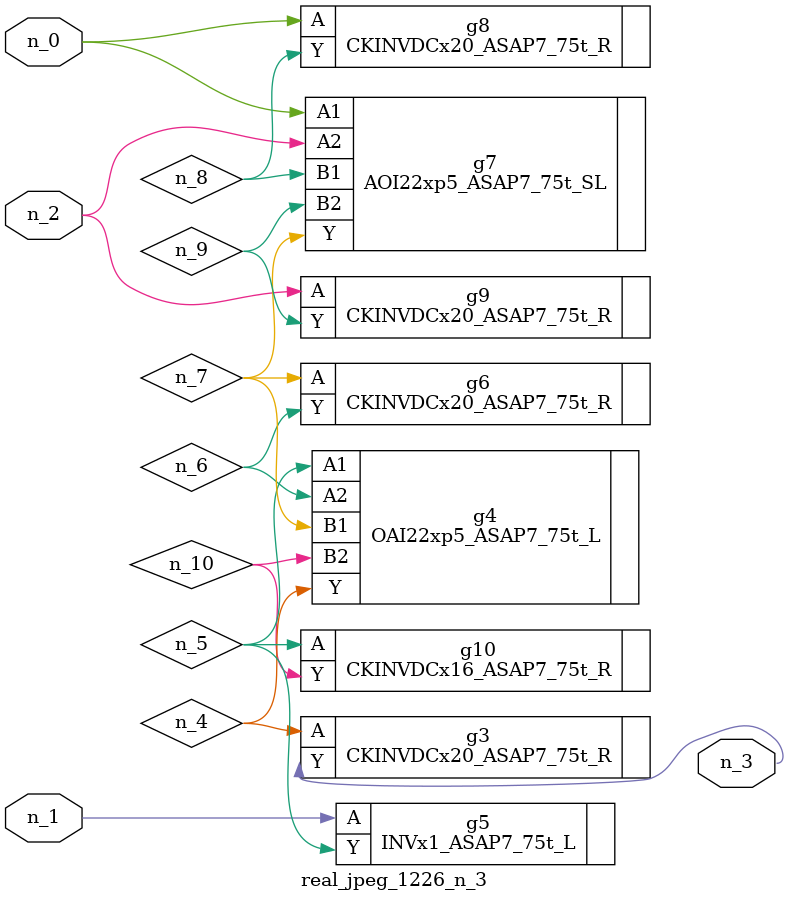
<source format=v>
module real_jpeg_1226_n_3 (n_1, n_0, n_2, n_3);

input n_1;
input n_0;
input n_2;

output n_3;

wire n_5;
wire n_8;
wire n_4;
wire n_6;
wire n_7;
wire n_10;
wire n_9;

AOI22xp5_ASAP7_75t_SL g7 ( 
.A1(n_0),
.A2(n_2),
.B1(n_8),
.B2(n_9),
.Y(n_7)
);

CKINVDCx20_ASAP7_75t_R g8 ( 
.A(n_0),
.Y(n_8)
);

INVx1_ASAP7_75t_L g5 ( 
.A(n_1),
.Y(n_5)
);

CKINVDCx20_ASAP7_75t_R g9 ( 
.A(n_2),
.Y(n_9)
);

CKINVDCx20_ASAP7_75t_R g3 ( 
.A(n_4),
.Y(n_3)
);

OAI22xp5_ASAP7_75t_L g4 ( 
.A1(n_5),
.A2(n_6),
.B1(n_7),
.B2(n_10),
.Y(n_4)
);

CKINVDCx16_ASAP7_75t_R g10 ( 
.A(n_5),
.Y(n_10)
);

CKINVDCx20_ASAP7_75t_R g6 ( 
.A(n_7),
.Y(n_6)
);


endmodule
</source>
